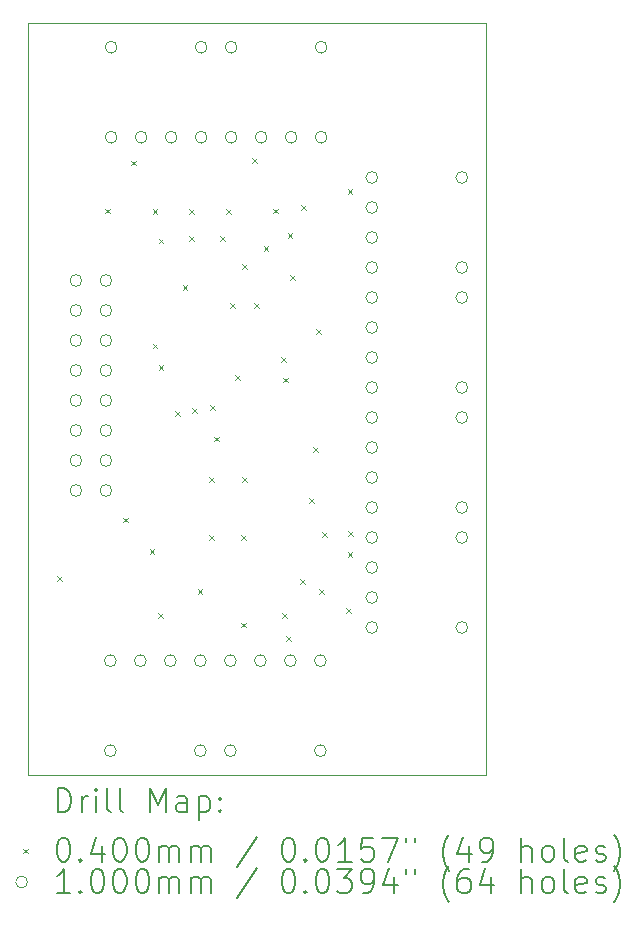
<source format=gbr>
%FSLAX45Y45*%
G04 Gerber Fmt 4.5, Leading zero omitted, Abs format (unit mm)*
G04 Created by KiCad (PCBNEW (6.0.6)) date 2022-08-29 16:13:38*
%MOMM*%
%LPD*%
G01*
G04 APERTURE LIST*
%TA.AperFunction,Profile*%
%ADD10C,0.100000*%
%TD*%
%ADD11C,0.200000*%
%ADD12C,0.040000*%
%ADD13C,0.100000*%
G04 APERTURE END LIST*
D10*
X13500000Y-2953440D02*
X9624840Y-2953440D01*
X9624840Y-2953440D02*
X9624840Y-9319560D01*
X9624840Y-9319560D02*
X13500000Y-9319560D01*
X13500000Y-9319560D02*
X13500000Y-2953440D01*
D11*
D12*
X9870760Y-7635560D02*
X9910760Y-7675560D01*
X9910760Y-7635560D02*
X9870760Y-7675560D01*
X10275280Y-4526600D02*
X10315280Y-4566600D01*
X10315280Y-4526600D02*
X10275280Y-4566600D01*
X10429370Y-7142800D02*
X10469370Y-7182800D01*
X10469370Y-7142800D02*
X10429370Y-7182800D01*
X10495600Y-4120200D02*
X10535600Y-4160200D01*
X10535600Y-4120200D02*
X10495600Y-4160200D01*
X10653080Y-7406960D02*
X10693080Y-7446960D01*
X10693080Y-7406960D02*
X10653080Y-7446960D01*
X10678480Y-4531680D02*
X10718480Y-4571680D01*
X10718480Y-4531680D02*
X10678480Y-4571680D01*
X10678480Y-5669600D02*
X10718480Y-5709600D01*
X10718480Y-5669600D02*
X10678480Y-5709600D01*
X10727400Y-7952400D02*
X10767400Y-7992400D01*
X10767400Y-7952400D02*
X10727400Y-7992400D01*
X10729280Y-4780600D02*
X10769280Y-4820600D01*
X10769280Y-4780600D02*
X10729280Y-4820600D01*
X10729280Y-5852430D02*
X10769280Y-5892430D01*
X10769280Y-5852430D02*
X10729280Y-5892430D01*
X10866440Y-6238560D02*
X10906440Y-6278560D01*
X10906440Y-6238560D02*
X10866440Y-6278560D01*
X10932480Y-5176840D02*
X10972480Y-5216840D01*
X10972480Y-5176840D02*
X10932480Y-5216840D01*
X10988360Y-4531680D02*
X11028360Y-4571680D01*
X11028360Y-4531680D02*
X10988360Y-4571680D01*
X10988360Y-4760280D02*
X11028360Y-4800280D01*
X11028360Y-4760280D02*
X10988360Y-4800280D01*
X11013760Y-6213160D02*
X11053760Y-6253160D01*
X11053760Y-6213160D02*
X11013760Y-6253160D01*
X11059480Y-7747710D02*
X11099480Y-7787710D01*
X11099480Y-7747710D02*
X11059480Y-7787710D01*
X11156000Y-6802440D02*
X11196000Y-6842440D01*
X11196000Y-6802440D02*
X11156000Y-6842440D01*
X11156000Y-7290120D02*
X11196000Y-7330120D01*
X11196000Y-7290120D02*
X11156000Y-7330120D01*
X11166160Y-6187760D02*
X11206160Y-6227760D01*
X11206160Y-6187760D02*
X11166160Y-6227760D01*
X11196640Y-6457000D02*
X11236640Y-6497000D01*
X11236640Y-6457000D02*
X11196640Y-6497000D01*
X11252520Y-4760280D02*
X11292520Y-4800280D01*
X11292520Y-4760280D02*
X11252520Y-4800280D01*
X11301830Y-4531680D02*
X11341830Y-4571680D01*
X11341830Y-4531680D02*
X11301830Y-4571680D01*
X11333800Y-5324160D02*
X11373800Y-5364160D01*
X11373800Y-5324160D02*
X11333800Y-5364160D01*
X11376980Y-5936300D02*
X11416980Y-5976300D01*
X11416980Y-5936300D02*
X11376980Y-5976300D01*
X11425240Y-7290120D02*
X11465240Y-7330120D01*
X11465240Y-7290120D02*
X11425240Y-7330120D01*
X11425240Y-8031800D02*
X11465240Y-8071800D01*
X11465240Y-8031800D02*
X11425240Y-8071800D01*
X11435400Y-4999040D02*
X11475400Y-5039040D01*
X11475400Y-4999040D02*
X11435400Y-5039040D01*
X11435400Y-6802440D02*
X11475400Y-6842440D01*
X11475400Y-6802440D02*
X11435400Y-6842440D01*
X11521760Y-4099880D02*
X11561760Y-4139880D01*
X11561760Y-4099880D02*
X11521760Y-4139880D01*
X11536220Y-5324160D02*
X11576220Y-5364160D01*
X11576220Y-5324160D02*
X11536220Y-5364160D01*
X11618280Y-4846640D02*
X11658280Y-4886640D01*
X11658280Y-4846640D02*
X11618280Y-4886640D01*
X11699560Y-4526600D02*
X11739560Y-4566600D01*
X11739560Y-4526600D02*
X11699560Y-4566600D01*
X11765600Y-5786440D02*
X11805600Y-5826440D01*
X11805600Y-5786440D02*
X11765600Y-5826440D01*
X11772670Y-7953610D02*
X11812670Y-7993610D01*
X11812670Y-7953610D02*
X11772670Y-7993610D01*
X11786610Y-5958470D02*
X11826610Y-5998470D01*
X11826610Y-5958470D02*
X11786610Y-5998470D01*
X11806240Y-8143560D02*
X11846240Y-8183560D01*
X11846240Y-8143560D02*
X11806240Y-8183560D01*
X11821480Y-4734880D02*
X11861480Y-4774880D01*
X11861480Y-4734880D02*
X11821480Y-4774880D01*
X11841800Y-5090480D02*
X11881800Y-5130480D01*
X11881800Y-5090480D02*
X11841800Y-5130480D01*
X11928160Y-7660960D02*
X11968160Y-7700960D01*
X11968160Y-7660960D02*
X11928160Y-7700960D01*
X11933240Y-4496120D02*
X11973240Y-4536120D01*
X11973240Y-4496120D02*
X11933240Y-4536120D01*
X12004360Y-6975160D02*
X12044360Y-7015160D01*
X12044360Y-6975160D02*
X12004360Y-7015160D01*
X12034980Y-6544220D02*
X12074980Y-6584220D01*
X12074980Y-6544220D02*
X12034980Y-6584220D01*
X12062920Y-5546000D02*
X12102920Y-5586000D01*
X12102920Y-5546000D02*
X12062920Y-5586000D01*
X12085640Y-7745170D02*
X12125640Y-7785170D01*
X12125640Y-7745170D02*
X12085640Y-7785170D01*
X12111980Y-7263780D02*
X12151980Y-7303780D01*
X12151980Y-7263780D02*
X12111980Y-7303780D01*
X12319320Y-7909880D02*
X12359320Y-7949880D01*
X12359320Y-7909880D02*
X12319320Y-7949880D01*
X12329480Y-4358960D02*
X12369480Y-4398960D01*
X12369480Y-4358960D02*
X12329480Y-4398960D01*
X12329480Y-7437440D02*
X12369480Y-7477440D01*
X12369480Y-7437440D02*
X12329480Y-7477440D01*
X12334560Y-7254560D02*
X12374560Y-7294560D01*
X12374560Y-7254560D02*
X12334560Y-7294560D01*
D13*
X10079040Y-5134380D02*
G75*
G03*
X10079040Y-5134380I-50000J0D01*
G01*
X10079040Y-5388380D02*
G75*
G03*
X10079040Y-5388380I-50000J0D01*
G01*
X10079040Y-5642380D02*
G75*
G03*
X10079040Y-5642380I-50000J0D01*
G01*
X10079040Y-5896380D02*
G75*
G03*
X10079040Y-5896380I-50000J0D01*
G01*
X10079040Y-6150380D02*
G75*
G03*
X10079040Y-6150380I-50000J0D01*
G01*
X10079040Y-6404380D02*
G75*
G03*
X10079040Y-6404380I-50000J0D01*
G01*
X10079040Y-6658380D02*
G75*
G03*
X10079040Y-6658380I-50000J0D01*
G01*
X10079040Y-6912380D02*
G75*
G03*
X10079040Y-6912380I-50000J0D01*
G01*
X10333040Y-5134380D02*
G75*
G03*
X10333040Y-5134380I-50000J0D01*
G01*
X10333040Y-5388380D02*
G75*
G03*
X10333040Y-5388380I-50000J0D01*
G01*
X10333040Y-5642380D02*
G75*
G03*
X10333040Y-5642380I-50000J0D01*
G01*
X10333040Y-5896380D02*
G75*
G03*
X10333040Y-5896380I-50000J0D01*
G01*
X10333040Y-6150380D02*
G75*
G03*
X10333040Y-6150380I-50000J0D01*
G01*
X10333040Y-6404380D02*
G75*
G03*
X10333040Y-6404380I-50000J0D01*
G01*
X10333040Y-6658380D02*
G75*
G03*
X10333040Y-6658380I-50000J0D01*
G01*
X10333040Y-6912380D02*
G75*
G03*
X10333040Y-6912380I-50000J0D01*
G01*
X10370020Y-8353920D02*
G75*
G03*
X10370020Y-8353920I-50000J0D01*
G01*
X10370020Y-9115920D02*
G75*
G03*
X10370020Y-9115920I-50000J0D01*
G01*
X10377440Y-3159900D02*
G75*
G03*
X10377440Y-3159900I-50000J0D01*
G01*
X10377440Y-3921900D02*
G75*
G03*
X10377440Y-3921900I-50000J0D01*
G01*
X10624020Y-8353920D02*
G75*
G03*
X10624020Y-8353920I-50000J0D01*
G01*
X10631440Y-3921900D02*
G75*
G03*
X10631440Y-3921900I-50000J0D01*
G01*
X10878020Y-8353920D02*
G75*
G03*
X10878020Y-8353920I-50000J0D01*
G01*
X10885440Y-3921900D02*
G75*
G03*
X10885440Y-3921900I-50000J0D01*
G01*
X11132020Y-8353920D02*
G75*
G03*
X11132020Y-8353920I-50000J0D01*
G01*
X11132020Y-9115920D02*
G75*
G03*
X11132020Y-9115920I-50000J0D01*
G01*
X11139440Y-3159900D02*
G75*
G03*
X11139440Y-3159900I-50000J0D01*
G01*
X11139440Y-3921900D02*
G75*
G03*
X11139440Y-3921900I-50000J0D01*
G01*
X11386880Y-8353920D02*
G75*
G03*
X11386880Y-8353920I-50000J0D01*
G01*
X11386880Y-9115920D02*
G75*
G03*
X11386880Y-9115920I-50000J0D01*
G01*
X11393440Y-3159900D02*
G75*
G03*
X11393440Y-3159900I-50000J0D01*
G01*
X11393440Y-3921900D02*
G75*
G03*
X11393440Y-3921900I-50000J0D01*
G01*
X11640880Y-8353920D02*
G75*
G03*
X11640880Y-8353920I-50000J0D01*
G01*
X11647440Y-3921900D02*
G75*
G03*
X11647440Y-3921900I-50000J0D01*
G01*
X11894880Y-8353920D02*
G75*
G03*
X11894880Y-8353920I-50000J0D01*
G01*
X11901440Y-3921900D02*
G75*
G03*
X11901440Y-3921900I-50000J0D01*
G01*
X12148880Y-8353920D02*
G75*
G03*
X12148880Y-8353920I-50000J0D01*
G01*
X12148880Y-9115920D02*
G75*
G03*
X12148880Y-9115920I-50000J0D01*
G01*
X12155440Y-3159900D02*
G75*
G03*
X12155440Y-3159900I-50000J0D01*
G01*
X12155440Y-3921900D02*
G75*
G03*
X12155440Y-3921900I-50000J0D01*
G01*
X12584900Y-4262120D02*
G75*
G03*
X12584900Y-4262120I-50000J0D01*
G01*
X12584900Y-4516120D02*
G75*
G03*
X12584900Y-4516120I-50000J0D01*
G01*
X12584900Y-4770120D02*
G75*
G03*
X12584900Y-4770120I-50000J0D01*
G01*
X12584900Y-5024120D02*
G75*
G03*
X12584900Y-5024120I-50000J0D01*
G01*
X12584900Y-5278120D02*
G75*
G03*
X12584900Y-5278120I-50000J0D01*
G01*
X12584900Y-5532120D02*
G75*
G03*
X12584900Y-5532120I-50000J0D01*
G01*
X12584900Y-5786120D02*
G75*
G03*
X12584900Y-5786120I-50000J0D01*
G01*
X12584900Y-6040120D02*
G75*
G03*
X12584900Y-6040120I-50000J0D01*
G01*
X12584900Y-6294120D02*
G75*
G03*
X12584900Y-6294120I-50000J0D01*
G01*
X12584900Y-6548120D02*
G75*
G03*
X12584900Y-6548120I-50000J0D01*
G01*
X12584900Y-6802120D02*
G75*
G03*
X12584900Y-6802120I-50000J0D01*
G01*
X12584900Y-7056120D02*
G75*
G03*
X12584900Y-7056120I-50000J0D01*
G01*
X12584900Y-7310120D02*
G75*
G03*
X12584900Y-7310120I-50000J0D01*
G01*
X12584900Y-7564120D02*
G75*
G03*
X12584900Y-7564120I-50000J0D01*
G01*
X12584900Y-7818120D02*
G75*
G03*
X12584900Y-7818120I-50000J0D01*
G01*
X12584900Y-8072120D02*
G75*
G03*
X12584900Y-8072120I-50000J0D01*
G01*
X13346900Y-4262120D02*
G75*
G03*
X13346900Y-4262120I-50000J0D01*
G01*
X13346900Y-5024120D02*
G75*
G03*
X13346900Y-5024120I-50000J0D01*
G01*
X13346900Y-5278120D02*
G75*
G03*
X13346900Y-5278120I-50000J0D01*
G01*
X13346900Y-6040120D02*
G75*
G03*
X13346900Y-6040120I-50000J0D01*
G01*
X13346900Y-6294120D02*
G75*
G03*
X13346900Y-6294120I-50000J0D01*
G01*
X13346900Y-7056120D02*
G75*
G03*
X13346900Y-7056120I-50000J0D01*
G01*
X13346900Y-7310120D02*
G75*
G03*
X13346900Y-7310120I-50000J0D01*
G01*
X13346900Y-8072120D02*
G75*
G03*
X13346900Y-8072120I-50000J0D01*
G01*
D11*
X9877459Y-9635036D02*
X9877459Y-9435036D01*
X9925078Y-9435036D01*
X9953650Y-9444560D01*
X9972697Y-9463608D01*
X9982221Y-9482655D01*
X9991745Y-9520750D01*
X9991745Y-9549322D01*
X9982221Y-9587417D01*
X9972697Y-9606465D01*
X9953650Y-9625512D01*
X9925078Y-9635036D01*
X9877459Y-9635036D01*
X10077459Y-9635036D02*
X10077459Y-9501703D01*
X10077459Y-9539798D02*
X10086983Y-9520750D01*
X10096507Y-9511227D01*
X10115554Y-9501703D01*
X10134602Y-9501703D01*
X10201269Y-9635036D02*
X10201269Y-9501703D01*
X10201269Y-9435036D02*
X10191745Y-9444560D01*
X10201269Y-9454084D01*
X10210792Y-9444560D01*
X10201269Y-9435036D01*
X10201269Y-9454084D01*
X10325078Y-9635036D02*
X10306030Y-9625512D01*
X10296507Y-9606465D01*
X10296507Y-9435036D01*
X10429840Y-9635036D02*
X10410792Y-9625512D01*
X10401269Y-9606465D01*
X10401269Y-9435036D01*
X10658411Y-9635036D02*
X10658411Y-9435036D01*
X10725078Y-9577893D01*
X10791745Y-9435036D01*
X10791745Y-9635036D01*
X10972697Y-9635036D02*
X10972697Y-9530274D01*
X10963173Y-9511227D01*
X10944126Y-9501703D01*
X10906030Y-9501703D01*
X10886983Y-9511227D01*
X10972697Y-9625512D02*
X10953650Y-9635036D01*
X10906030Y-9635036D01*
X10886983Y-9625512D01*
X10877459Y-9606465D01*
X10877459Y-9587417D01*
X10886983Y-9568370D01*
X10906030Y-9558846D01*
X10953650Y-9558846D01*
X10972697Y-9549322D01*
X11067935Y-9501703D02*
X11067935Y-9701703D01*
X11067935Y-9511227D02*
X11086983Y-9501703D01*
X11125078Y-9501703D01*
X11144126Y-9511227D01*
X11153650Y-9520750D01*
X11163173Y-9539798D01*
X11163173Y-9596941D01*
X11153650Y-9615989D01*
X11144126Y-9625512D01*
X11125078Y-9635036D01*
X11086983Y-9635036D01*
X11067935Y-9625512D01*
X11248888Y-9615989D02*
X11258411Y-9625512D01*
X11248888Y-9635036D01*
X11239364Y-9625512D01*
X11248888Y-9615989D01*
X11248888Y-9635036D01*
X11248888Y-9511227D02*
X11258411Y-9520750D01*
X11248888Y-9530274D01*
X11239364Y-9520750D01*
X11248888Y-9511227D01*
X11248888Y-9530274D01*
D12*
X9579840Y-9944560D02*
X9619840Y-9984560D01*
X9619840Y-9944560D02*
X9579840Y-9984560D01*
D11*
X9915554Y-9855036D02*
X9934602Y-9855036D01*
X9953650Y-9864560D01*
X9963173Y-9874084D01*
X9972697Y-9893131D01*
X9982221Y-9931227D01*
X9982221Y-9978846D01*
X9972697Y-10016941D01*
X9963173Y-10035989D01*
X9953650Y-10045512D01*
X9934602Y-10055036D01*
X9915554Y-10055036D01*
X9896507Y-10045512D01*
X9886983Y-10035989D01*
X9877459Y-10016941D01*
X9867935Y-9978846D01*
X9867935Y-9931227D01*
X9877459Y-9893131D01*
X9886983Y-9874084D01*
X9896507Y-9864560D01*
X9915554Y-9855036D01*
X10067935Y-10035989D02*
X10077459Y-10045512D01*
X10067935Y-10055036D01*
X10058411Y-10045512D01*
X10067935Y-10035989D01*
X10067935Y-10055036D01*
X10248888Y-9921703D02*
X10248888Y-10055036D01*
X10201269Y-9845512D02*
X10153650Y-9988370D01*
X10277459Y-9988370D01*
X10391745Y-9855036D02*
X10410792Y-9855036D01*
X10429840Y-9864560D01*
X10439364Y-9874084D01*
X10448888Y-9893131D01*
X10458411Y-9931227D01*
X10458411Y-9978846D01*
X10448888Y-10016941D01*
X10439364Y-10035989D01*
X10429840Y-10045512D01*
X10410792Y-10055036D01*
X10391745Y-10055036D01*
X10372697Y-10045512D01*
X10363173Y-10035989D01*
X10353650Y-10016941D01*
X10344126Y-9978846D01*
X10344126Y-9931227D01*
X10353650Y-9893131D01*
X10363173Y-9874084D01*
X10372697Y-9864560D01*
X10391745Y-9855036D01*
X10582221Y-9855036D02*
X10601269Y-9855036D01*
X10620316Y-9864560D01*
X10629840Y-9874084D01*
X10639364Y-9893131D01*
X10648888Y-9931227D01*
X10648888Y-9978846D01*
X10639364Y-10016941D01*
X10629840Y-10035989D01*
X10620316Y-10045512D01*
X10601269Y-10055036D01*
X10582221Y-10055036D01*
X10563173Y-10045512D01*
X10553650Y-10035989D01*
X10544126Y-10016941D01*
X10534602Y-9978846D01*
X10534602Y-9931227D01*
X10544126Y-9893131D01*
X10553650Y-9874084D01*
X10563173Y-9864560D01*
X10582221Y-9855036D01*
X10734602Y-10055036D02*
X10734602Y-9921703D01*
X10734602Y-9940750D02*
X10744126Y-9931227D01*
X10763173Y-9921703D01*
X10791745Y-9921703D01*
X10810792Y-9931227D01*
X10820316Y-9950274D01*
X10820316Y-10055036D01*
X10820316Y-9950274D02*
X10829840Y-9931227D01*
X10848888Y-9921703D01*
X10877459Y-9921703D01*
X10896507Y-9931227D01*
X10906030Y-9950274D01*
X10906030Y-10055036D01*
X11001269Y-10055036D02*
X11001269Y-9921703D01*
X11001269Y-9940750D02*
X11010792Y-9931227D01*
X11029840Y-9921703D01*
X11058411Y-9921703D01*
X11077459Y-9931227D01*
X11086983Y-9950274D01*
X11086983Y-10055036D01*
X11086983Y-9950274D02*
X11096507Y-9931227D01*
X11115554Y-9921703D01*
X11144126Y-9921703D01*
X11163173Y-9931227D01*
X11172697Y-9950274D01*
X11172697Y-10055036D01*
X11563173Y-9845512D02*
X11391745Y-10102655D01*
X11820316Y-9855036D02*
X11839364Y-9855036D01*
X11858411Y-9864560D01*
X11867935Y-9874084D01*
X11877459Y-9893131D01*
X11886983Y-9931227D01*
X11886983Y-9978846D01*
X11877459Y-10016941D01*
X11867935Y-10035989D01*
X11858411Y-10045512D01*
X11839364Y-10055036D01*
X11820316Y-10055036D01*
X11801268Y-10045512D01*
X11791745Y-10035989D01*
X11782221Y-10016941D01*
X11772697Y-9978846D01*
X11772697Y-9931227D01*
X11782221Y-9893131D01*
X11791745Y-9874084D01*
X11801268Y-9864560D01*
X11820316Y-9855036D01*
X11972697Y-10035989D02*
X11982221Y-10045512D01*
X11972697Y-10055036D01*
X11963173Y-10045512D01*
X11972697Y-10035989D01*
X11972697Y-10055036D01*
X12106030Y-9855036D02*
X12125078Y-9855036D01*
X12144126Y-9864560D01*
X12153649Y-9874084D01*
X12163173Y-9893131D01*
X12172697Y-9931227D01*
X12172697Y-9978846D01*
X12163173Y-10016941D01*
X12153649Y-10035989D01*
X12144126Y-10045512D01*
X12125078Y-10055036D01*
X12106030Y-10055036D01*
X12086983Y-10045512D01*
X12077459Y-10035989D01*
X12067935Y-10016941D01*
X12058411Y-9978846D01*
X12058411Y-9931227D01*
X12067935Y-9893131D01*
X12077459Y-9874084D01*
X12086983Y-9864560D01*
X12106030Y-9855036D01*
X12363173Y-10055036D02*
X12248888Y-10055036D01*
X12306030Y-10055036D02*
X12306030Y-9855036D01*
X12286983Y-9883608D01*
X12267935Y-9902655D01*
X12248888Y-9912179D01*
X12544126Y-9855036D02*
X12448888Y-9855036D01*
X12439364Y-9950274D01*
X12448888Y-9940750D01*
X12467935Y-9931227D01*
X12515554Y-9931227D01*
X12534602Y-9940750D01*
X12544126Y-9950274D01*
X12553649Y-9969322D01*
X12553649Y-10016941D01*
X12544126Y-10035989D01*
X12534602Y-10045512D01*
X12515554Y-10055036D01*
X12467935Y-10055036D01*
X12448888Y-10045512D01*
X12439364Y-10035989D01*
X12620316Y-9855036D02*
X12753649Y-9855036D01*
X12667935Y-10055036D01*
X12820316Y-9855036D02*
X12820316Y-9893131D01*
X12896507Y-9855036D02*
X12896507Y-9893131D01*
X13191745Y-10131227D02*
X13182221Y-10121703D01*
X13163173Y-10093131D01*
X13153649Y-10074084D01*
X13144126Y-10045512D01*
X13134602Y-9997893D01*
X13134602Y-9959798D01*
X13144126Y-9912179D01*
X13153649Y-9883608D01*
X13163173Y-9864560D01*
X13182221Y-9835989D01*
X13191745Y-9826465D01*
X13353649Y-9921703D02*
X13353649Y-10055036D01*
X13306030Y-9845512D02*
X13258411Y-9988370D01*
X13382221Y-9988370D01*
X13467935Y-10055036D02*
X13506030Y-10055036D01*
X13525078Y-10045512D01*
X13534602Y-10035989D01*
X13553649Y-10007417D01*
X13563173Y-9969322D01*
X13563173Y-9893131D01*
X13553649Y-9874084D01*
X13544126Y-9864560D01*
X13525078Y-9855036D01*
X13486983Y-9855036D01*
X13467935Y-9864560D01*
X13458411Y-9874084D01*
X13448888Y-9893131D01*
X13448888Y-9940750D01*
X13458411Y-9959798D01*
X13467935Y-9969322D01*
X13486983Y-9978846D01*
X13525078Y-9978846D01*
X13544126Y-9969322D01*
X13553649Y-9959798D01*
X13563173Y-9940750D01*
X13801268Y-10055036D02*
X13801268Y-9855036D01*
X13886983Y-10055036D02*
X13886983Y-9950274D01*
X13877459Y-9931227D01*
X13858411Y-9921703D01*
X13829840Y-9921703D01*
X13810792Y-9931227D01*
X13801268Y-9940750D01*
X14010792Y-10055036D02*
X13991745Y-10045512D01*
X13982221Y-10035989D01*
X13972697Y-10016941D01*
X13972697Y-9959798D01*
X13982221Y-9940750D01*
X13991745Y-9931227D01*
X14010792Y-9921703D01*
X14039364Y-9921703D01*
X14058411Y-9931227D01*
X14067935Y-9940750D01*
X14077459Y-9959798D01*
X14077459Y-10016941D01*
X14067935Y-10035989D01*
X14058411Y-10045512D01*
X14039364Y-10055036D01*
X14010792Y-10055036D01*
X14191745Y-10055036D02*
X14172697Y-10045512D01*
X14163173Y-10026465D01*
X14163173Y-9855036D01*
X14344126Y-10045512D02*
X14325078Y-10055036D01*
X14286983Y-10055036D01*
X14267935Y-10045512D01*
X14258411Y-10026465D01*
X14258411Y-9950274D01*
X14267935Y-9931227D01*
X14286983Y-9921703D01*
X14325078Y-9921703D01*
X14344126Y-9931227D01*
X14353649Y-9950274D01*
X14353649Y-9969322D01*
X14258411Y-9988370D01*
X14429840Y-10045512D02*
X14448888Y-10055036D01*
X14486983Y-10055036D01*
X14506030Y-10045512D01*
X14515554Y-10026465D01*
X14515554Y-10016941D01*
X14506030Y-9997893D01*
X14486983Y-9988370D01*
X14458411Y-9988370D01*
X14439364Y-9978846D01*
X14429840Y-9959798D01*
X14429840Y-9950274D01*
X14439364Y-9931227D01*
X14458411Y-9921703D01*
X14486983Y-9921703D01*
X14506030Y-9931227D01*
X14582221Y-10131227D02*
X14591745Y-10121703D01*
X14610792Y-10093131D01*
X14620316Y-10074084D01*
X14629840Y-10045512D01*
X14639364Y-9997893D01*
X14639364Y-9959798D01*
X14629840Y-9912179D01*
X14620316Y-9883608D01*
X14610792Y-9864560D01*
X14591745Y-9835989D01*
X14582221Y-9826465D01*
D13*
X9619840Y-10228560D02*
G75*
G03*
X9619840Y-10228560I-50000J0D01*
G01*
D11*
X9982221Y-10319036D02*
X9867935Y-10319036D01*
X9925078Y-10319036D02*
X9925078Y-10119036D01*
X9906030Y-10147608D01*
X9886983Y-10166655D01*
X9867935Y-10176179D01*
X10067935Y-10299989D02*
X10077459Y-10309512D01*
X10067935Y-10319036D01*
X10058411Y-10309512D01*
X10067935Y-10299989D01*
X10067935Y-10319036D01*
X10201269Y-10119036D02*
X10220316Y-10119036D01*
X10239364Y-10128560D01*
X10248888Y-10138084D01*
X10258411Y-10157131D01*
X10267935Y-10195227D01*
X10267935Y-10242846D01*
X10258411Y-10280941D01*
X10248888Y-10299989D01*
X10239364Y-10309512D01*
X10220316Y-10319036D01*
X10201269Y-10319036D01*
X10182221Y-10309512D01*
X10172697Y-10299989D01*
X10163173Y-10280941D01*
X10153650Y-10242846D01*
X10153650Y-10195227D01*
X10163173Y-10157131D01*
X10172697Y-10138084D01*
X10182221Y-10128560D01*
X10201269Y-10119036D01*
X10391745Y-10119036D02*
X10410792Y-10119036D01*
X10429840Y-10128560D01*
X10439364Y-10138084D01*
X10448888Y-10157131D01*
X10458411Y-10195227D01*
X10458411Y-10242846D01*
X10448888Y-10280941D01*
X10439364Y-10299989D01*
X10429840Y-10309512D01*
X10410792Y-10319036D01*
X10391745Y-10319036D01*
X10372697Y-10309512D01*
X10363173Y-10299989D01*
X10353650Y-10280941D01*
X10344126Y-10242846D01*
X10344126Y-10195227D01*
X10353650Y-10157131D01*
X10363173Y-10138084D01*
X10372697Y-10128560D01*
X10391745Y-10119036D01*
X10582221Y-10119036D02*
X10601269Y-10119036D01*
X10620316Y-10128560D01*
X10629840Y-10138084D01*
X10639364Y-10157131D01*
X10648888Y-10195227D01*
X10648888Y-10242846D01*
X10639364Y-10280941D01*
X10629840Y-10299989D01*
X10620316Y-10309512D01*
X10601269Y-10319036D01*
X10582221Y-10319036D01*
X10563173Y-10309512D01*
X10553650Y-10299989D01*
X10544126Y-10280941D01*
X10534602Y-10242846D01*
X10534602Y-10195227D01*
X10544126Y-10157131D01*
X10553650Y-10138084D01*
X10563173Y-10128560D01*
X10582221Y-10119036D01*
X10734602Y-10319036D02*
X10734602Y-10185703D01*
X10734602Y-10204750D02*
X10744126Y-10195227D01*
X10763173Y-10185703D01*
X10791745Y-10185703D01*
X10810792Y-10195227D01*
X10820316Y-10214274D01*
X10820316Y-10319036D01*
X10820316Y-10214274D02*
X10829840Y-10195227D01*
X10848888Y-10185703D01*
X10877459Y-10185703D01*
X10896507Y-10195227D01*
X10906030Y-10214274D01*
X10906030Y-10319036D01*
X11001269Y-10319036D02*
X11001269Y-10185703D01*
X11001269Y-10204750D02*
X11010792Y-10195227D01*
X11029840Y-10185703D01*
X11058411Y-10185703D01*
X11077459Y-10195227D01*
X11086983Y-10214274D01*
X11086983Y-10319036D01*
X11086983Y-10214274D02*
X11096507Y-10195227D01*
X11115554Y-10185703D01*
X11144126Y-10185703D01*
X11163173Y-10195227D01*
X11172697Y-10214274D01*
X11172697Y-10319036D01*
X11563173Y-10109512D02*
X11391745Y-10366655D01*
X11820316Y-10119036D02*
X11839364Y-10119036D01*
X11858411Y-10128560D01*
X11867935Y-10138084D01*
X11877459Y-10157131D01*
X11886983Y-10195227D01*
X11886983Y-10242846D01*
X11877459Y-10280941D01*
X11867935Y-10299989D01*
X11858411Y-10309512D01*
X11839364Y-10319036D01*
X11820316Y-10319036D01*
X11801268Y-10309512D01*
X11791745Y-10299989D01*
X11782221Y-10280941D01*
X11772697Y-10242846D01*
X11772697Y-10195227D01*
X11782221Y-10157131D01*
X11791745Y-10138084D01*
X11801268Y-10128560D01*
X11820316Y-10119036D01*
X11972697Y-10299989D02*
X11982221Y-10309512D01*
X11972697Y-10319036D01*
X11963173Y-10309512D01*
X11972697Y-10299989D01*
X11972697Y-10319036D01*
X12106030Y-10119036D02*
X12125078Y-10119036D01*
X12144126Y-10128560D01*
X12153649Y-10138084D01*
X12163173Y-10157131D01*
X12172697Y-10195227D01*
X12172697Y-10242846D01*
X12163173Y-10280941D01*
X12153649Y-10299989D01*
X12144126Y-10309512D01*
X12125078Y-10319036D01*
X12106030Y-10319036D01*
X12086983Y-10309512D01*
X12077459Y-10299989D01*
X12067935Y-10280941D01*
X12058411Y-10242846D01*
X12058411Y-10195227D01*
X12067935Y-10157131D01*
X12077459Y-10138084D01*
X12086983Y-10128560D01*
X12106030Y-10119036D01*
X12239364Y-10119036D02*
X12363173Y-10119036D01*
X12296507Y-10195227D01*
X12325078Y-10195227D01*
X12344126Y-10204750D01*
X12353649Y-10214274D01*
X12363173Y-10233322D01*
X12363173Y-10280941D01*
X12353649Y-10299989D01*
X12344126Y-10309512D01*
X12325078Y-10319036D01*
X12267935Y-10319036D01*
X12248888Y-10309512D01*
X12239364Y-10299989D01*
X12458411Y-10319036D02*
X12496507Y-10319036D01*
X12515554Y-10309512D01*
X12525078Y-10299989D01*
X12544126Y-10271417D01*
X12553649Y-10233322D01*
X12553649Y-10157131D01*
X12544126Y-10138084D01*
X12534602Y-10128560D01*
X12515554Y-10119036D01*
X12477459Y-10119036D01*
X12458411Y-10128560D01*
X12448888Y-10138084D01*
X12439364Y-10157131D01*
X12439364Y-10204750D01*
X12448888Y-10223798D01*
X12458411Y-10233322D01*
X12477459Y-10242846D01*
X12515554Y-10242846D01*
X12534602Y-10233322D01*
X12544126Y-10223798D01*
X12553649Y-10204750D01*
X12725078Y-10185703D02*
X12725078Y-10319036D01*
X12677459Y-10109512D02*
X12629840Y-10252370D01*
X12753649Y-10252370D01*
X12820316Y-10119036D02*
X12820316Y-10157131D01*
X12896507Y-10119036D02*
X12896507Y-10157131D01*
X13191745Y-10395227D02*
X13182221Y-10385703D01*
X13163173Y-10357131D01*
X13153649Y-10338084D01*
X13144126Y-10309512D01*
X13134602Y-10261893D01*
X13134602Y-10223798D01*
X13144126Y-10176179D01*
X13153649Y-10147608D01*
X13163173Y-10128560D01*
X13182221Y-10099989D01*
X13191745Y-10090465D01*
X13353649Y-10119036D02*
X13315554Y-10119036D01*
X13296507Y-10128560D01*
X13286983Y-10138084D01*
X13267935Y-10166655D01*
X13258411Y-10204750D01*
X13258411Y-10280941D01*
X13267935Y-10299989D01*
X13277459Y-10309512D01*
X13296507Y-10319036D01*
X13334602Y-10319036D01*
X13353649Y-10309512D01*
X13363173Y-10299989D01*
X13372697Y-10280941D01*
X13372697Y-10233322D01*
X13363173Y-10214274D01*
X13353649Y-10204750D01*
X13334602Y-10195227D01*
X13296507Y-10195227D01*
X13277459Y-10204750D01*
X13267935Y-10214274D01*
X13258411Y-10233322D01*
X13544126Y-10185703D02*
X13544126Y-10319036D01*
X13496507Y-10109512D02*
X13448888Y-10252370D01*
X13572697Y-10252370D01*
X13801268Y-10319036D02*
X13801268Y-10119036D01*
X13886983Y-10319036D02*
X13886983Y-10214274D01*
X13877459Y-10195227D01*
X13858411Y-10185703D01*
X13829840Y-10185703D01*
X13810792Y-10195227D01*
X13801268Y-10204750D01*
X14010792Y-10319036D02*
X13991745Y-10309512D01*
X13982221Y-10299989D01*
X13972697Y-10280941D01*
X13972697Y-10223798D01*
X13982221Y-10204750D01*
X13991745Y-10195227D01*
X14010792Y-10185703D01*
X14039364Y-10185703D01*
X14058411Y-10195227D01*
X14067935Y-10204750D01*
X14077459Y-10223798D01*
X14077459Y-10280941D01*
X14067935Y-10299989D01*
X14058411Y-10309512D01*
X14039364Y-10319036D01*
X14010792Y-10319036D01*
X14191745Y-10319036D02*
X14172697Y-10309512D01*
X14163173Y-10290465D01*
X14163173Y-10119036D01*
X14344126Y-10309512D02*
X14325078Y-10319036D01*
X14286983Y-10319036D01*
X14267935Y-10309512D01*
X14258411Y-10290465D01*
X14258411Y-10214274D01*
X14267935Y-10195227D01*
X14286983Y-10185703D01*
X14325078Y-10185703D01*
X14344126Y-10195227D01*
X14353649Y-10214274D01*
X14353649Y-10233322D01*
X14258411Y-10252370D01*
X14429840Y-10309512D02*
X14448888Y-10319036D01*
X14486983Y-10319036D01*
X14506030Y-10309512D01*
X14515554Y-10290465D01*
X14515554Y-10280941D01*
X14506030Y-10261893D01*
X14486983Y-10252370D01*
X14458411Y-10252370D01*
X14439364Y-10242846D01*
X14429840Y-10223798D01*
X14429840Y-10214274D01*
X14439364Y-10195227D01*
X14458411Y-10185703D01*
X14486983Y-10185703D01*
X14506030Y-10195227D01*
X14582221Y-10395227D02*
X14591745Y-10385703D01*
X14610792Y-10357131D01*
X14620316Y-10338084D01*
X14629840Y-10309512D01*
X14639364Y-10261893D01*
X14639364Y-10223798D01*
X14629840Y-10176179D01*
X14620316Y-10147608D01*
X14610792Y-10128560D01*
X14591745Y-10099989D01*
X14582221Y-10090465D01*
M02*

</source>
